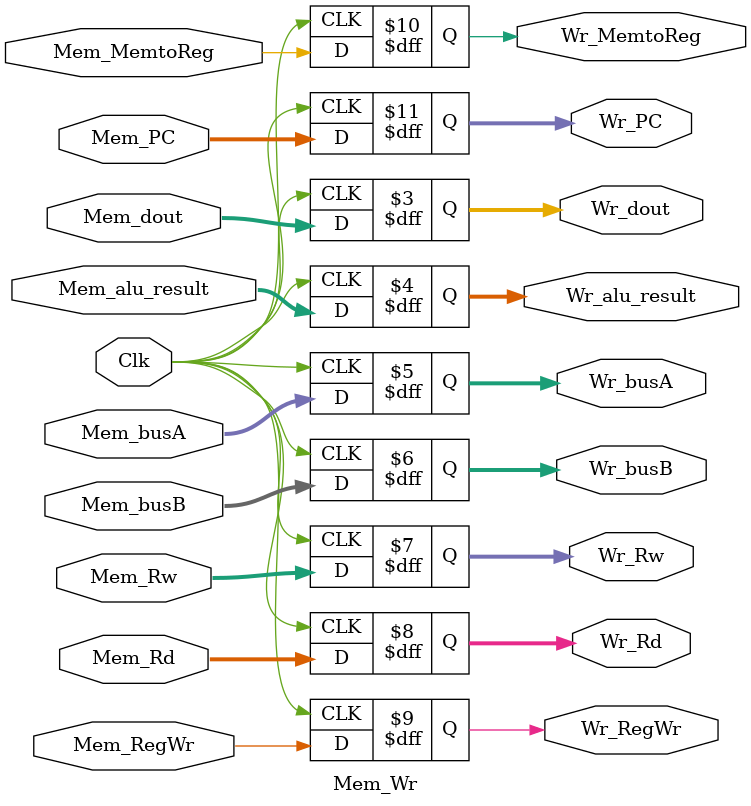
<source format=v>
module Mem_Wr(Clk, Mem_dout, Mem_alu_result, Mem_Rw, Mem_RegWr, Mem_MemtoReg, Wr_dout,
			  Wr_alu_result, Wr_Rw, Wr_RegWr, Wr_MemtoReg, Mem_busA, Wr_busA, Mem_Rd,
			  Mem_busB, Mem_PC, Wr_Rd, Wr_busB, Wr_PC);

    input Clk, Mem_RegWr, Mem_MemtoReg;
    input[31:0] Mem_dout, Mem_alu_result, Mem_busA, Mem_busB;
    input[4:0]  Mem_Rw, Mem_Rd;
    input[31:2] Mem_PC;

    output reg[31:0] Wr_dout, Wr_alu_result, Wr_busA, Wr_busB;
    output reg[4:0]  Wr_Rw, Wr_Rd;
    output reg Wr_RegWr, Wr_MemtoReg;
    output reg[31:2] Wr_PC;

    initial 
    begin
    	{Wr_dout, Wr_alu_result, Wr_busA, Wr_busB, Wr_Rw, Wr_Rd, Wr_RegWr,
		Wr_MemtoReg, Wr_PC}
		<=170'b0;
    end

    always @(posedge Clk)
    begin
    	{Wr_dout, Wr_alu_result, Wr_Rw, Wr_RegWr, Wr_MemtoReg, Wr_busA, Wr_Rd,
		Wr_busB, Wr_PC}
    	<=
		{Mem_dout, Mem_alu_result, Mem_Rw, Mem_RegWr, Mem_MemtoReg, Mem_busA, Mem_Rd,
		Mem_busB, Mem_PC};
    end
endmodule

</source>
